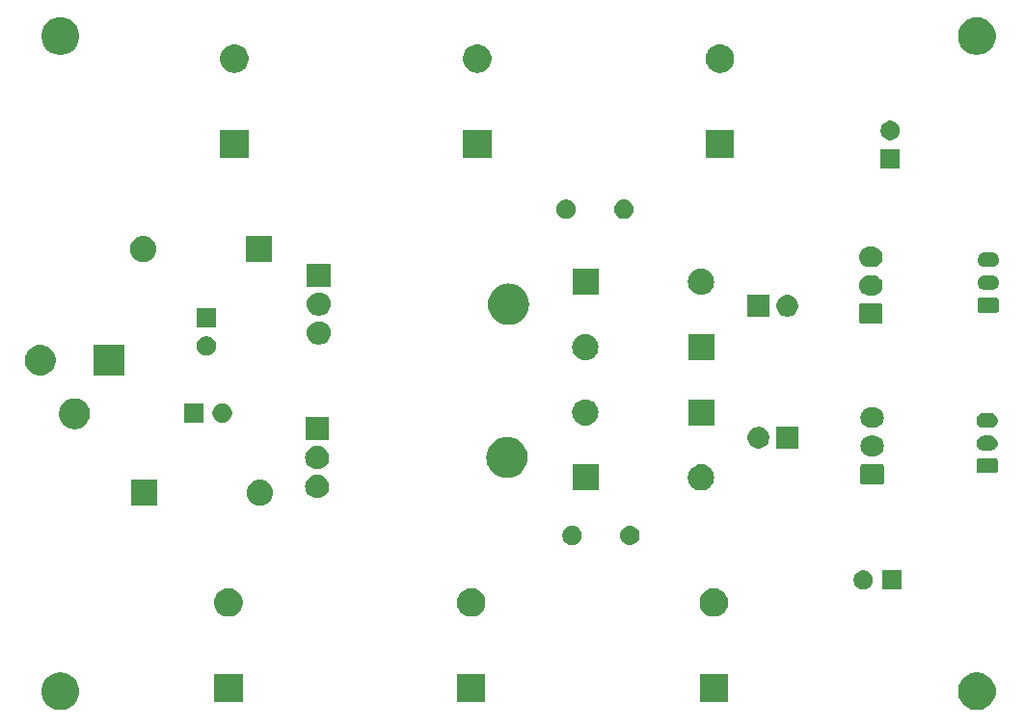
<source format=gbr>
G04 #@! TF.GenerationSoftware,KiCad,Pcbnew,(5.0.1)-rc2*
G04 #@! TF.CreationDate,2019-02-18T01:36:53-05:00*
G04 #@! TF.ProjectId,mfos_power,6D666F735F706F7765722E6B69636164,rev?*
G04 #@! TF.SameCoordinates,Original*
G04 #@! TF.FileFunction,Soldermask,Bot*
G04 #@! TF.FilePolarity,Negative*
%FSLAX46Y46*%
G04 Gerber Fmt 4.6, Leading zero omitted, Abs format (unit mm)*
G04 Created by KiCad (PCBNEW (5.0.1)-rc2) date 2/18/2019 1:36:53 AM*
%MOMM*%
%LPD*%
G01*
G04 APERTURE LIST*
%ADD10C,0.100000*%
G04 APERTURE END LIST*
D10*
G36*
X173755656Y-98919418D02*
X173861979Y-98940567D01*
X174162442Y-99065023D01*
X174429252Y-99243300D01*
X174432854Y-99245707D01*
X174662813Y-99475666D01*
X174843498Y-99746080D01*
X174967953Y-100046542D01*
X175031400Y-100365509D01*
X175031400Y-100690731D01*
X174967953Y-101009698D01*
X174843498Y-101310160D01*
X174662813Y-101580574D01*
X174432854Y-101810533D01*
X174432851Y-101810535D01*
X174162442Y-101991217D01*
X173861979Y-102115673D01*
X173755656Y-102136822D01*
X173543011Y-102179120D01*
X173217789Y-102179120D01*
X173005144Y-102136822D01*
X172898821Y-102115673D01*
X172598358Y-101991217D01*
X172327949Y-101810535D01*
X172327946Y-101810533D01*
X172097987Y-101580574D01*
X171917302Y-101310160D01*
X171792847Y-101009698D01*
X171729400Y-100690731D01*
X171729400Y-100365509D01*
X171792847Y-100046542D01*
X171917302Y-99746080D01*
X172097987Y-99475666D01*
X172327946Y-99245707D01*
X172331548Y-99243300D01*
X172598358Y-99065023D01*
X172898821Y-98940567D01*
X173005144Y-98919418D01*
X173217789Y-98877120D01*
X173543011Y-98877120D01*
X173755656Y-98919418D01*
X173755656Y-98919418D01*
G37*
G36*
X93278296Y-98919418D02*
X93384619Y-98940567D01*
X93685082Y-99065023D01*
X93951892Y-99243300D01*
X93955494Y-99245707D01*
X94185453Y-99475666D01*
X94366138Y-99746080D01*
X94490593Y-100046542D01*
X94554040Y-100365509D01*
X94554040Y-100690731D01*
X94490593Y-101009698D01*
X94366138Y-101310160D01*
X94185453Y-101580574D01*
X93955494Y-101810533D01*
X93955491Y-101810535D01*
X93685082Y-101991217D01*
X93384619Y-102115673D01*
X93278296Y-102136822D01*
X93065651Y-102179120D01*
X92740429Y-102179120D01*
X92527784Y-102136822D01*
X92421461Y-102115673D01*
X92120998Y-101991217D01*
X91850589Y-101810535D01*
X91850586Y-101810533D01*
X91620627Y-101580574D01*
X91439942Y-101310160D01*
X91315487Y-101009698D01*
X91252040Y-100690731D01*
X91252040Y-100365509D01*
X91315487Y-100046542D01*
X91439942Y-99746080D01*
X91620627Y-99475666D01*
X91850586Y-99245707D01*
X91854188Y-99243300D01*
X92120998Y-99065023D01*
X92421461Y-98940567D01*
X92527784Y-98919418D01*
X92740429Y-98877120D01*
X93065651Y-98877120D01*
X93278296Y-98919418D01*
X93278296Y-98919418D01*
G37*
G36*
X130229660Y-101474320D02*
X127727660Y-101474320D01*
X127727660Y-98972320D01*
X130229660Y-98972320D01*
X130229660Y-101474320D01*
X130229660Y-101474320D01*
G37*
G36*
X108916520Y-101474320D02*
X106414520Y-101474320D01*
X106414520Y-98972320D01*
X108916520Y-98972320D01*
X108916520Y-101474320D01*
X108916520Y-101474320D01*
G37*
G36*
X151542800Y-101474320D02*
X149040800Y-101474320D01*
X149040800Y-98972320D01*
X151542800Y-98972320D01*
X151542800Y-101474320D01*
X151542800Y-101474320D01*
G37*
G36*
X107849156Y-91484339D02*
X108030423Y-91520395D01*
X108258091Y-91614698D01*
X108462062Y-91750988D01*
X108462989Y-91751607D01*
X108637233Y-91925851D01*
X108637235Y-91925854D01*
X108774142Y-92130749D01*
X108868445Y-92358417D01*
X108916520Y-92600107D01*
X108916520Y-92846533D01*
X108868445Y-93088223D01*
X108774142Y-93315891D01*
X108637852Y-93519862D01*
X108637233Y-93520789D01*
X108462989Y-93695033D01*
X108462986Y-93695035D01*
X108258091Y-93831942D01*
X108030423Y-93926245D01*
X107849156Y-93962301D01*
X107788734Y-93974320D01*
X107542306Y-93974320D01*
X107481884Y-93962301D01*
X107300617Y-93926245D01*
X107072949Y-93831942D01*
X106868054Y-93695035D01*
X106868051Y-93695033D01*
X106693807Y-93520789D01*
X106693188Y-93519862D01*
X106556898Y-93315891D01*
X106462595Y-93088223D01*
X106414520Y-92846533D01*
X106414520Y-92600107D01*
X106462595Y-92358417D01*
X106556898Y-92130749D01*
X106693805Y-91925854D01*
X106693807Y-91925851D01*
X106868051Y-91751607D01*
X106868978Y-91750988D01*
X107072949Y-91614698D01*
X107300617Y-91520395D01*
X107481884Y-91484339D01*
X107542306Y-91472320D01*
X107788734Y-91472320D01*
X107849156Y-91484339D01*
X107849156Y-91484339D01*
G37*
G36*
X150475436Y-91484339D02*
X150656703Y-91520395D01*
X150884371Y-91614698D01*
X151088342Y-91750988D01*
X151089269Y-91751607D01*
X151263513Y-91925851D01*
X151263515Y-91925854D01*
X151400422Y-92130749D01*
X151494725Y-92358417D01*
X151542800Y-92600107D01*
X151542800Y-92846533D01*
X151494725Y-93088223D01*
X151400422Y-93315891D01*
X151264132Y-93519862D01*
X151263513Y-93520789D01*
X151089269Y-93695033D01*
X151089266Y-93695035D01*
X150884371Y-93831942D01*
X150656703Y-93926245D01*
X150475436Y-93962301D01*
X150415014Y-93974320D01*
X150168586Y-93974320D01*
X150108164Y-93962301D01*
X149926897Y-93926245D01*
X149699229Y-93831942D01*
X149494334Y-93695035D01*
X149494331Y-93695033D01*
X149320087Y-93520789D01*
X149319468Y-93519862D01*
X149183178Y-93315891D01*
X149088875Y-93088223D01*
X149040800Y-92846533D01*
X149040800Y-92600107D01*
X149088875Y-92358417D01*
X149183178Y-92130749D01*
X149320085Y-91925854D01*
X149320087Y-91925851D01*
X149494331Y-91751607D01*
X149495258Y-91750988D01*
X149699229Y-91614698D01*
X149926897Y-91520395D01*
X150108164Y-91484339D01*
X150168586Y-91472320D01*
X150415014Y-91472320D01*
X150475436Y-91484339D01*
X150475436Y-91484339D01*
G37*
G36*
X129162296Y-91484339D02*
X129343563Y-91520395D01*
X129571231Y-91614698D01*
X129775202Y-91750988D01*
X129776129Y-91751607D01*
X129950373Y-91925851D01*
X129950375Y-91925854D01*
X130087282Y-92130749D01*
X130181585Y-92358417D01*
X130229660Y-92600107D01*
X130229660Y-92846533D01*
X130181585Y-93088223D01*
X130087282Y-93315891D01*
X129950992Y-93519862D01*
X129950373Y-93520789D01*
X129776129Y-93695033D01*
X129776126Y-93695035D01*
X129571231Y-93831942D01*
X129343563Y-93926245D01*
X129162296Y-93962301D01*
X129101874Y-93974320D01*
X128855446Y-93974320D01*
X128795024Y-93962301D01*
X128613757Y-93926245D01*
X128386089Y-93831942D01*
X128181194Y-93695035D01*
X128181191Y-93695033D01*
X128006947Y-93520789D01*
X128006328Y-93519862D01*
X127870038Y-93315891D01*
X127775735Y-93088223D01*
X127727660Y-92846533D01*
X127727660Y-92600107D01*
X127775735Y-92358417D01*
X127870038Y-92130749D01*
X128006945Y-91925854D01*
X128006947Y-91925851D01*
X128181191Y-91751607D01*
X128182118Y-91750988D01*
X128386089Y-91614698D01*
X128613757Y-91520395D01*
X128795024Y-91484339D01*
X128855446Y-91472320D01*
X129101874Y-91472320D01*
X129162296Y-91484339D01*
X129162296Y-91484339D01*
G37*
G36*
X163655948Y-89930823D02*
X163810820Y-89994973D01*
X163950201Y-90088105D01*
X164068735Y-90206639D01*
X164161867Y-90346020D01*
X164226017Y-90500892D01*
X164258720Y-90665304D01*
X164258720Y-90832936D01*
X164226017Y-90997348D01*
X164161867Y-91152220D01*
X164068735Y-91291601D01*
X163950201Y-91410135D01*
X163810820Y-91503267D01*
X163655948Y-91567417D01*
X163491536Y-91600120D01*
X163323904Y-91600120D01*
X163159492Y-91567417D01*
X163004620Y-91503267D01*
X162865239Y-91410135D01*
X162746705Y-91291601D01*
X162653573Y-91152220D01*
X162589423Y-90997348D01*
X162556720Y-90832936D01*
X162556720Y-90665304D01*
X162589423Y-90500892D01*
X162653573Y-90346020D01*
X162746705Y-90206639D01*
X162865239Y-90088105D01*
X163004620Y-89994973D01*
X163159492Y-89930823D01*
X163323904Y-89898120D01*
X163491536Y-89898120D01*
X163655948Y-89930823D01*
X163655948Y-89930823D01*
G37*
G36*
X166758720Y-91600120D02*
X165056720Y-91600120D01*
X165056720Y-89898120D01*
X166758720Y-89898120D01*
X166758720Y-91600120D01*
X166758720Y-91600120D01*
G37*
G36*
X138088948Y-86009063D02*
X138243820Y-86073213D01*
X138383201Y-86166345D01*
X138501735Y-86284879D01*
X138594867Y-86424260D01*
X138659017Y-86579132D01*
X138691720Y-86743544D01*
X138691720Y-86911176D01*
X138659017Y-87075588D01*
X138594867Y-87230460D01*
X138501735Y-87369841D01*
X138383201Y-87488375D01*
X138243820Y-87581507D01*
X138088948Y-87645657D01*
X137924536Y-87678360D01*
X137756904Y-87678360D01*
X137592492Y-87645657D01*
X137437620Y-87581507D01*
X137298239Y-87488375D01*
X137179705Y-87369841D01*
X137086573Y-87230460D01*
X137022423Y-87075588D01*
X136989720Y-86911176D01*
X136989720Y-86743544D01*
X137022423Y-86579132D01*
X137086573Y-86424260D01*
X137179705Y-86284879D01*
X137298239Y-86166345D01*
X137437620Y-86073213D01*
X137592492Y-86009063D01*
X137756904Y-85976360D01*
X137924536Y-85976360D01*
X138088948Y-86009063D01*
X138088948Y-86009063D01*
G37*
G36*
X143087541Y-85988673D02*
X143087544Y-85988674D01*
X143087545Y-85988674D01*
X143247959Y-86037335D01*
X143247961Y-86037336D01*
X143247964Y-86037337D01*
X143395798Y-86116355D01*
X143525379Y-86222701D01*
X143631725Y-86352282D01*
X143710743Y-86500116D01*
X143710744Y-86500119D01*
X143710745Y-86500121D01*
X143759406Y-86660535D01*
X143759407Y-86660539D01*
X143775837Y-86827360D01*
X143759407Y-86994181D01*
X143759406Y-86994184D01*
X143759406Y-86994185D01*
X143734713Y-87075588D01*
X143710743Y-87154604D01*
X143631725Y-87302438D01*
X143525379Y-87432019D01*
X143395798Y-87538365D01*
X143247964Y-87617383D01*
X143247961Y-87617384D01*
X143247959Y-87617385D01*
X143087545Y-87666046D01*
X143087544Y-87666046D01*
X143087541Y-87666047D01*
X142962524Y-87678360D01*
X142878916Y-87678360D01*
X142753899Y-87666047D01*
X142753896Y-87666046D01*
X142753895Y-87666046D01*
X142593481Y-87617385D01*
X142593479Y-87617384D01*
X142593476Y-87617383D01*
X142445642Y-87538365D01*
X142316061Y-87432019D01*
X142209715Y-87302438D01*
X142130697Y-87154604D01*
X142106728Y-87075588D01*
X142082034Y-86994185D01*
X142082034Y-86994184D01*
X142082033Y-86994181D01*
X142065603Y-86827360D01*
X142082033Y-86660539D01*
X142082034Y-86660535D01*
X142130695Y-86500121D01*
X142130696Y-86500119D01*
X142130697Y-86500116D01*
X142209715Y-86352282D01*
X142316061Y-86222701D01*
X142445642Y-86116355D01*
X142593476Y-86037337D01*
X142593479Y-86037336D01*
X142593481Y-86037335D01*
X142753895Y-85988674D01*
X142753896Y-85988674D01*
X142753899Y-85988673D01*
X142878916Y-85976360D01*
X142962524Y-85976360D01*
X143087541Y-85988673D01*
X143087541Y-85988673D01*
G37*
G36*
X101420040Y-84229320D02*
X99118040Y-84229320D01*
X99118040Y-81927320D01*
X101420040Y-81927320D01*
X101420040Y-84229320D01*
X101420040Y-84229320D01*
G37*
G36*
X110553220Y-81933982D02*
X110654675Y-81943974D01*
X110871640Y-82009790D01*
X110871642Y-82009791D01*
X110871645Y-82009792D01*
X111071596Y-82116667D01*
X111246858Y-82260502D01*
X111390693Y-82435764D01*
X111497568Y-82635715D01*
X111497569Y-82635718D01*
X111497570Y-82635720D01*
X111563386Y-82852685D01*
X111585609Y-83078320D01*
X111563386Y-83303955D01*
X111497570Y-83520920D01*
X111497568Y-83520925D01*
X111390693Y-83720876D01*
X111246858Y-83896138D01*
X111071596Y-84039973D01*
X110871645Y-84146848D01*
X110871642Y-84146849D01*
X110871640Y-84146850D01*
X110654675Y-84212666D01*
X110553220Y-84222658D01*
X110485585Y-84229320D01*
X110372495Y-84229320D01*
X110304860Y-84222658D01*
X110203405Y-84212666D01*
X109986440Y-84146850D01*
X109986438Y-84146849D01*
X109986435Y-84146848D01*
X109786484Y-84039973D01*
X109611222Y-83896138D01*
X109467387Y-83720876D01*
X109360512Y-83520925D01*
X109360510Y-83520920D01*
X109294694Y-83303955D01*
X109272471Y-83078320D01*
X109294694Y-82852685D01*
X109360510Y-82635720D01*
X109360511Y-82635718D01*
X109360512Y-82635715D01*
X109467387Y-82435764D01*
X109611222Y-82260502D01*
X109786484Y-82116667D01*
X109986435Y-82009792D01*
X109986438Y-82009791D01*
X109986440Y-82009790D01*
X110203405Y-81943974D01*
X110304860Y-81933982D01*
X110372495Y-81927320D01*
X110485585Y-81927320D01*
X110553220Y-81933982D01*
X110553220Y-81933982D01*
G37*
G36*
X115614004Y-81516748D02*
X115702460Y-81525460D01*
X115891621Y-81582841D01*
X116065952Y-81676023D01*
X116218755Y-81801425D01*
X116344157Y-81954228D01*
X116437339Y-82128559D01*
X116494720Y-82317720D01*
X116514095Y-82514440D01*
X116494720Y-82711160D01*
X116437339Y-82900321D01*
X116344157Y-83074652D01*
X116218755Y-83227455D01*
X116065952Y-83352857D01*
X115891621Y-83446039D01*
X115702460Y-83503420D01*
X115614004Y-83512132D01*
X115555036Y-83517940D01*
X115361444Y-83517940D01*
X115302476Y-83512132D01*
X115214020Y-83503420D01*
X115024859Y-83446039D01*
X114850528Y-83352857D01*
X114697725Y-83227455D01*
X114572323Y-83074652D01*
X114479141Y-82900321D01*
X114421760Y-82711160D01*
X114402385Y-82514440D01*
X114421760Y-82317720D01*
X114479141Y-82128559D01*
X114572323Y-81954228D01*
X114697725Y-81801425D01*
X114850528Y-81676023D01*
X115024859Y-81582841D01*
X115214020Y-81525460D01*
X115302476Y-81516748D01*
X115361444Y-81510940D01*
X115555036Y-81510940D01*
X115614004Y-81516748D01*
X115614004Y-81516748D01*
G37*
G36*
X140160120Y-82883120D02*
X137858120Y-82883120D01*
X137858120Y-80581120D01*
X140160120Y-80581120D01*
X140160120Y-82883120D01*
X140160120Y-82883120D01*
G37*
G36*
X149293300Y-80587782D02*
X149394755Y-80597774D01*
X149611720Y-80663590D01*
X149611722Y-80663591D01*
X149611725Y-80663592D01*
X149811676Y-80770467D01*
X149986938Y-80914302D01*
X150130773Y-81089564D01*
X150237648Y-81289515D01*
X150237649Y-81289518D01*
X150237650Y-81289520D01*
X150303466Y-81506485D01*
X150325689Y-81732120D01*
X150303466Y-81957755D01*
X150248055Y-82140419D01*
X150237648Y-82174725D01*
X150130773Y-82374676D01*
X149986938Y-82549938D01*
X149811676Y-82693773D01*
X149611725Y-82800648D01*
X149611722Y-82800649D01*
X149611720Y-82800650D01*
X149394755Y-82866466D01*
X149293300Y-82876458D01*
X149225665Y-82883120D01*
X149112575Y-82883120D01*
X149044940Y-82876458D01*
X148943485Y-82866466D01*
X148726520Y-82800650D01*
X148726518Y-82800649D01*
X148726515Y-82800648D01*
X148526564Y-82693773D01*
X148351302Y-82549938D01*
X148207467Y-82374676D01*
X148100592Y-82174725D01*
X148090185Y-82140419D01*
X148034774Y-81957755D01*
X148012551Y-81732120D01*
X148034774Y-81506485D01*
X148100590Y-81289520D01*
X148100591Y-81289518D01*
X148100592Y-81289515D01*
X148207467Y-81089564D01*
X148351302Y-80914302D01*
X148526564Y-80770467D01*
X148726515Y-80663592D01*
X148726518Y-80663591D01*
X148726520Y-80663590D01*
X148943485Y-80597774D01*
X149044940Y-80587782D01*
X149112575Y-80581120D01*
X149225665Y-80581120D01*
X149293300Y-80587782D01*
X149293300Y-80587782D01*
G37*
G36*
X165074280Y-80555709D02*
X165107329Y-80565734D01*
X165137786Y-80582014D01*
X165164479Y-80603921D01*
X165186386Y-80630614D01*
X165202666Y-80661071D01*
X165212691Y-80694120D01*
X165216680Y-80734624D01*
X165216680Y-82170816D01*
X165212691Y-82211320D01*
X165202666Y-82244369D01*
X165186386Y-82274826D01*
X165164479Y-82301519D01*
X165137786Y-82323426D01*
X165107329Y-82339706D01*
X165074280Y-82349731D01*
X165033776Y-82353720D01*
X163347584Y-82353720D01*
X163307080Y-82349731D01*
X163274031Y-82339706D01*
X163243574Y-82323426D01*
X163216881Y-82301519D01*
X163194974Y-82274826D01*
X163178694Y-82244369D01*
X163168669Y-82211320D01*
X163164680Y-82170816D01*
X163164680Y-80734624D01*
X163168669Y-80694120D01*
X163178694Y-80661071D01*
X163194974Y-80630614D01*
X163216881Y-80603921D01*
X163243574Y-80582014D01*
X163274031Y-80565734D01*
X163307080Y-80555709D01*
X163347584Y-80551720D01*
X165033776Y-80551720D01*
X165074280Y-80555709D01*
X165074280Y-80555709D01*
G37*
G36*
X132294909Y-78182126D02*
X132471298Y-78199499D01*
X132697625Y-78268154D01*
X132810789Y-78302482D01*
X133123665Y-78469719D01*
X133397901Y-78694779D01*
X133622961Y-78969015D01*
X133790198Y-79281891D01*
X133798820Y-79310315D01*
X133893181Y-79621382D01*
X133927954Y-79974440D01*
X133893181Y-80327498D01*
X133830342Y-80534650D01*
X133790198Y-80666989D01*
X133622961Y-80979865D01*
X133397901Y-81254101D01*
X133123665Y-81479161D01*
X132810789Y-81646398D01*
X132713127Y-81676023D01*
X132471298Y-81749381D01*
X132294909Y-81766754D01*
X132206716Y-81775440D01*
X132029764Y-81775440D01*
X131941571Y-81766754D01*
X131765182Y-81749381D01*
X131523353Y-81676023D01*
X131425691Y-81646398D01*
X131112815Y-81479161D01*
X130838579Y-81254101D01*
X130613519Y-80979865D01*
X130446282Y-80666989D01*
X130406138Y-80534650D01*
X130343299Y-80327498D01*
X130308526Y-79974440D01*
X130343299Y-79621382D01*
X130437660Y-79310315D01*
X130446282Y-79281891D01*
X130613519Y-78969015D01*
X130838579Y-78694779D01*
X131112815Y-78469719D01*
X131425691Y-78302482D01*
X131538855Y-78268154D01*
X131765182Y-78199499D01*
X131941571Y-78182126D01*
X132029764Y-78173440D01*
X132206716Y-78173440D01*
X132294909Y-78182126D01*
X132294909Y-78182126D01*
G37*
G36*
X175045802Y-80059364D02*
X175082899Y-80070617D01*
X175117080Y-80088887D01*
X175147042Y-80113478D01*
X175171633Y-80143440D01*
X175189903Y-80177621D01*
X175201156Y-80214718D01*
X175205560Y-80259433D01*
X175205560Y-81152487D01*
X175201156Y-81197202D01*
X175189903Y-81234299D01*
X175171633Y-81268480D01*
X175147042Y-81298442D01*
X175117080Y-81323033D01*
X175082899Y-81341303D01*
X175045802Y-81352556D01*
X175001087Y-81356960D01*
X173558033Y-81356960D01*
X173513318Y-81352556D01*
X173476221Y-81341303D01*
X173442040Y-81323033D01*
X173412078Y-81298442D01*
X173387487Y-81268480D01*
X173369217Y-81234299D01*
X173357964Y-81197202D01*
X173353560Y-81152487D01*
X173353560Y-80259433D01*
X173357964Y-80214718D01*
X173369217Y-80177621D01*
X173387487Y-80143440D01*
X173412078Y-80113478D01*
X173442040Y-80088887D01*
X173476221Y-80070617D01*
X173513318Y-80059364D01*
X173558033Y-80054960D01*
X175001087Y-80054960D01*
X175045802Y-80059364D01*
X175045802Y-80059364D01*
G37*
G36*
X115614004Y-78976748D02*
X115702460Y-78985460D01*
X115891621Y-79042841D01*
X116065952Y-79136023D01*
X116218755Y-79261425D01*
X116344157Y-79414228D01*
X116437339Y-79588559D01*
X116494720Y-79777720D01*
X116514095Y-79974440D01*
X116494720Y-80171160D01*
X116437339Y-80360321D01*
X116344157Y-80534652D01*
X116218755Y-80687455D01*
X116065952Y-80812857D01*
X115891621Y-80906039D01*
X115702460Y-80963420D01*
X115614004Y-80972132D01*
X115555036Y-80977940D01*
X115361444Y-80977940D01*
X115302476Y-80972132D01*
X115214020Y-80963420D01*
X115024859Y-80906039D01*
X114850528Y-80812857D01*
X114697725Y-80687455D01*
X114572323Y-80534652D01*
X114479141Y-80360321D01*
X114421760Y-80171160D01*
X114402385Y-79974440D01*
X114421760Y-79777720D01*
X114479141Y-79588559D01*
X114572323Y-79414228D01*
X114697725Y-79261425D01*
X114850528Y-79136023D01*
X115024859Y-79042841D01*
X115214020Y-78985460D01*
X115302476Y-78976748D01*
X115361444Y-78970940D01*
X115555036Y-78970940D01*
X115614004Y-78976748D01*
X115614004Y-78976748D01*
G37*
G36*
X164426123Y-78058239D02*
X164492307Y-78064757D01*
X164605533Y-78099104D01*
X164662147Y-78116277D01*
X164747788Y-78162054D01*
X164818671Y-78199942D01*
X164854409Y-78229272D01*
X164955866Y-78312534D01*
X165039128Y-78413991D01*
X165068458Y-78449729D01*
X165068459Y-78449731D01*
X165152123Y-78606253D01*
X165152123Y-78606254D01*
X165203643Y-78776093D01*
X165221039Y-78952720D01*
X165203643Y-79129347D01*
X165191762Y-79168513D01*
X165152123Y-79299187D01*
X165126277Y-79347540D01*
X165068458Y-79455711D01*
X165039128Y-79491449D01*
X164955866Y-79592906D01*
X164854409Y-79676168D01*
X164818671Y-79705498D01*
X164818669Y-79705499D01*
X164662147Y-79789163D01*
X164605533Y-79806336D01*
X164492307Y-79840683D01*
X164426123Y-79847201D01*
X164359940Y-79853720D01*
X164021420Y-79853720D01*
X163955237Y-79847201D01*
X163889053Y-79840683D01*
X163775827Y-79806336D01*
X163719213Y-79789163D01*
X163562691Y-79705499D01*
X163562689Y-79705498D01*
X163526951Y-79676168D01*
X163425494Y-79592906D01*
X163342232Y-79491449D01*
X163312902Y-79455711D01*
X163255083Y-79347540D01*
X163229237Y-79299187D01*
X163189598Y-79168513D01*
X163177717Y-79129347D01*
X163160321Y-78952720D01*
X163177717Y-78776093D01*
X163229237Y-78606254D01*
X163229237Y-78606253D01*
X163312901Y-78449731D01*
X163312902Y-78449729D01*
X163342232Y-78413991D01*
X163425494Y-78312534D01*
X163526951Y-78229272D01*
X163562689Y-78199942D01*
X163633572Y-78162054D01*
X163719213Y-78116277D01*
X163775827Y-78099104D01*
X163889053Y-78064757D01*
X163955237Y-78058239D01*
X164021420Y-78051720D01*
X164359940Y-78051720D01*
X164426123Y-78058239D01*
X164426123Y-78058239D01*
G37*
G36*
X174618415Y-78058100D02*
X174682178Y-78064380D01*
X174763987Y-78089197D01*
X174804893Y-78101605D01*
X174905051Y-78155141D01*
X174917986Y-78162055D01*
X175017113Y-78243407D01*
X175098465Y-78342534D01*
X175098466Y-78342536D01*
X175158915Y-78455627D01*
X175170602Y-78494156D01*
X175196140Y-78578342D01*
X175208709Y-78705960D01*
X175196140Y-78833578D01*
X175171323Y-78915387D01*
X175158915Y-78956293D01*
X175112654Y-79042841D01*
X175098465Y-79069386D01*
X175017113Y-79168513D01*
X174917986Y-79249865D01*
X174917984Y-79249866D01*
X174804893Y-79310315D01*
X174763987Y-79322723D01*
X174682178Y-79347540D01*
X174618415Y-79353820D01*
X174586534Y-79356960D01*
X173972586Y-79356960D01*
X173940705Y-79353820D01*
X173876942Y-79347540D01*
X173795133Y-79322723D01*
X173754227Y-79310315D01*
X173641136Y-79249866D01*
X173641134Y-79249865D01*
X173542007Y-79168513D01*
X173460655Y-79069386D01*
X173446466Y-79042841D01*
X173400205Y-78956293D01*
X173387797Y-78915387D01*
X173362980Y-78833578D01*
X173350411Y-78705960D01*
X173362980Y-78578342D01*
X173388518Y-78494156D01*
X173400205Y-78455627D01*
X173460654Y-78342536D01*
X173460655Y-78342534D01*
X173542007Y-78243407D01*
X173641134Y-78162055D01*
X173654069Y-78155141D01*
X173754227Y-78101605D01*
X173795133Y-78089197D01*
X173876942Y-78064380D01*
X173940705Y-78058100D01*
X173972586Y-78054960D01*
X174586534Y-78054960D01*
X174618415Y-78058100D01*
X174618415Y-78058100D01*
G37*
G36*
X154485716Y-77302306D02*
X154658786Y-77373994D01*
X154814550Y-77478072D01*
X154947008Y-77610530D01*
X155051086Y-77766294D01*
X155122774Y-77939364D01*
X155159320Y-78123093D01*
X155159320Y-78310427D01*
X155122774Y-78494156D01*
X155051086Y-78667226D01*
X154947008Y-78822990D01*
X154814550Y-78955448D01*
X154658786Y-79059526D01*
X154485716Y-79131214D01*
X154301987Y-79167760D01*
X154114653Y-79167760D01*
X153930924Y-79131214D01*
X153757854Y-79059526D01*
X153602090Y-78955448D01*
X153469632Y-78822990D01*
X153365554Y-78667226D01*
X153293866Y-78494156D01*
X153257320Y-78310427D01*
X153257320Y-78123093D01*
X153293866Y-77939364D01*
X153365554Y-77766294D01*
X153469632Y-77610530D01*
X153602090Y-77478072D01*
X153757854Y-77373994D01*
X153930924Y-77302306D01*
X154114653Y-77265760D01*
X154301987Y-77265760D01*
X154485716Y-77302306D01*
X154485716Y-77302306D01*
G37*
G36*
X157699320Y-79167760D02*
X155797320Y-79167760D01*
X155797320Y-77265760D01*
X157699320Y-77265760D01*
X157699320Y-79167760D01*
X157699320Y-79167760D01*
G37*
G36*
X116509240Y-78437940D02*
X114407240Y-78437940D01*
X114407240Y-76430940D01*
X116509240Y-76430940D01*
X116509240Y-78437940D01*
X116509240Y-78437940D01*
G37*
G36*
X94413487Y-74794679D02*
X94543992Y-74820638D01*
X94789859Y-74922479D01*
X95010384Y-75069830D01*
X95011135Y-75070332D01*
X95199308Y-75258505D01*
X95199310Y-75258508D01*
X95347161Y-75479781D01*
X95449002Y-75725648D01*
X95466285Y-75812534D01*
X95493575Y-75949729D01*
X95500920Y-75986658D01*
X95500920Y-76252782D01*
X95449002Y-76513792D01*
X95347161Y-76759659D01*
X95216162Y-76955711D01*
X95199308Y-76980935D01*
X95011135Y-77169108D01*
X95011132Y-77169110D01*
X94789859Y-77316961D01*
X94543992Y-77418802D01*
X94413487Y-77444761D01*
X94282983Y-77470720D01*
X94016857Y-77470720D01*
X93886353Y-77444761D01*
X93755848Y-77418802D01*
X93509981Y-77316961D01*
X93288708Y-77169110D01*
X93288705Y-77169108D01*
X93100532Y-76980935D01*
X93083678Y-76955711D01*
X92952679Y-76759659D01*
X92850838Y-76513792D01*
X92798920Y-76252782D01*
X92798920Y-75986658D01*
X92806266Y-75949729D01*
X92833555Y-75812534D01*
X92850838Y-75725648D01*
X92952679Y-75479781D01*
X93100530Y-75258508D01*
X93100532Y-75258505D01*
X93288705Y-75070332D01*
X93289456Y-75069830D01*
X93509981Y-74922479D01*
X93755848Y-74820638D01*
X93886353Y-74794679D01*
X94016857Y-74768720D01*
X94282983Y-74768720D01*
X94413487Y-74794679D01*
X94413487Y-74794679D01*
G37*
G36*
X174618415Y-76058100D02*
X174682178Y-76064380D01*
X174763987Y-76089197D01*
X174804893Y-76101605D01*
X174905051Y-76155141D01*
X174917986Y-76162055D01*
X175017113Y-76243407D01*
X175098465Y-76342534D01*
X175098466Y-76342536D01*
X175158915Y-76455627D01*
X175158915Y-76455628D01*
X175196140Y-76578342D01*
X175208709Y-76705960D01*
X175196140Y-76833578D01*
X175183254Y-76876056D01*
X175158915Y-76956293D01*
X175145745Y-76980932D01*
X175098465Y-77069386D01*
X175017113Y-77168513D01*
X174917986Y-77249865D01*
X174917984Y-77249866D01*
X174804893Y-77310315D01*
X174763987Y-77322723D01*
X174682178Y-77347540D01*
X174619430Y-77353720D01*
X174586534Y-77356960D01*
X173972586Y-77356960D01*
X173939690Y-77353720D01*
X173876942Y-77347540D01*
X173795133Y-77322723D01*
X173754227Y-77310315D01*
X173641136Y-77249866D01*
X173641134Y-77249865D01*
X173542007Y-77168513D01*
X173460655Y-77069386D01*
X173413375Y-76980932D01*
X173400205Y-76956293D01*
X173375866Y-76876056D01*
X173362980Y-76833578D01*
X173350411Y-76705960D01*
X173362980Y-76578342D01*
X173400205Y-76455628D01*
X173400205Y-76455627D01*
X173460654Y-76342536D01*
X173460655Y-76342534D01*
X173542007Y-76243407D01*
X173641134Y-76162055D01*
X173654069Y-76155141D01*
X173754227Y-76101605D01*
X173795133Y-76089197D01*
X173876942Y-76064380D01*
X173940705Y-76058100D01*
X173972586Y-76054960D01*
X174586534Y-76054960D01*
X174618415Y-76058100D01*
X174618415Y-76058100D01*
G37*
G36*
X164426123Y-75558239D02*
X164492307Y-75564757D01*
X164605533Y-75599104D01*
X164662147Y-75616277D01*
X164733955Y-75654660D01*
X164818671Y-75699942D01*
X164849994Y-75725648D01*
X164955866Y-75812534D01*
X165039128Y-75913991D01*
X165068458Y-75949729D01*
X165068459Y-75949731D01*
X165152123Y-76106253D01*
X165152123Y-76106254D01*
X165203643Y-76276093D01*
X165221039Y-76452720D01*
X165203643Y-76629347D01*
X165180403Y-76705960D01*
X165152123Y-76799187D01*
X165093554Y-76908760D01*
X165068458Y-76955711D01*
X165047757Y-76980935D01*
X164955866Y-77092906D01*
X164863737Y-77168513D01*
X164818671Y-77205498D01*
X164818669Y-77205499D01*
X164662147Y-77289163D01*
X164618819Y-77302306D01*
X164492307Y-77340683D01*
X164426122Y-77347202D01*
X164359940Y-77353720D01*
X164021420Y-77353720D01*
X163955238Y-77347202D01*
X163889053Y-77340683D01*
X163762541Y-77302306D01*
X163719213Y-77289163D01*
X163562691Y-77205499D01*
X163562689Y-77205498D01*
X163517623Y-77168513D01*
X163425494Y-77092906D01*
X163333603Y-76980935D01*
X163312902Y-76955711D01*
X163287806Y-76908760D01*
X163229237Y-76799187D01*
X163200957Y-76705960D01*
X163177717Y-76629347D01*
X163160321Y-76452720D01*
X163177717Y-76276093D01*
X163229237Y-76106254D01*
X163229237Y-76106253D01*
X163312901Y-75949731D01*
X163312902Y-75949729D01*
X163342232Y-75913991D01*
X163425494Y-75812534D01*
X163531366Y-75725648D01*
X163562689Y-75699942D01*
X163647405Y-75654660D01*
X163719213Y-75616277D01*
X163775827Y-75599104D01*
X163889053Y-75564757D01*
X163955237Y-75558239D01*
X164021420Y-75551720D01*
X164359940Y-75551720D01*
X164426123Y-75558239D01*
X164426123Y-75558239D01*
G37*
G36*
X150320120Y-77146106D02*
X148018120Y-77146106D01*
X148018120Y-74844106D01*
X150320120Y-74844106D01*
X150320120Y-77146106D01*
X150320120Y-77146106D01*
G37*
G36*
X139133300Y-74850768D02*
X139234755Y-74860760D01*
X139451720Y-74926576D01*
X139451722Y-74926577D01*
X139451725Y-74926578D01*
X139651676Y-75033453D01*
X139826938Y-75177288D01*
X139970773Y-75352550D01*
X140077648Y-75552501D01*
X140077649Y-75552504D01*
X140077650Y-75552506D01*
X140143466Y-75769471D01*
X140165689Y-75995106D01*
X140143466Y-76220741D01*
X140079702Y-76430940D01*
X140077648Y-76437711D01*
X139970773Y-76637662D01*
X139826938Y-76812924D01*
X139651676Y-76956759D01*
X139451725Y-77063634D01*
X139451722Y-77063635D01*
X139451720Y-77063636D01*
X139234755Y-77129452D01*
X139133300Y-77139444D01*
X139065665Y-77146106D01*
X138952575Y-77146106D01*
X138884940Y-77139444D01*
X138783485Y-77129452D01*
X138566520Y-77063636D01*
X138566518Y-77063635D01*
X138566515Y-77063634D01*
X138366564Y-76956759D01*
X138191302Y-76812924D01*
X138047467Y-76637662D01*
X137940592Y-76437711D01*
X137938538Y-76430940D01*
X137874774Y-76220741D01*
X137852551Y-75995106D01*
X137874774Y-75769471D01*
X137940590Y-75552506D01*
X137940591Y-75552504D01*
X137940592Y-75552501D01*
X138047467Y-75352550D01*
X138191302Y-75177288D01*
X138366564Y-75033453D01*
X138566515Y-74926578D01*
X138566518Y-74926577D01*
X138566520Y-74926576D01*
X138783485Y-74860760D01*
X138884940Y-74850768D01*
X138952575Y-74844106D01*
X139065665Y-74844106D01*
X139133300Y-74850768D01*
X139133300Y-74850768D01*
G37*
G36*
X105473600Y-76908760D02*
X103771600Y-76908760D01*
X103771600Y-75206760D01*
X105473600Y-75206760D01*
X105473600Y-76908760D01*
X105473600Y-76908760D01*
G37*
G36*
X107370828Y-75239463D02*
X107525700Y-75303613D01*
X107665081Y-75396745D01*
X107783615Y-75515279D01*
X107876747Y-75654660D01*
X107940897Y-75809532D01*
X107973600Y-75973944D01*
X107973600Y-76141576D01*
X107940897Y-76305988D01*
X107876747Y-76460860D01*
X107783615Y-76600241D01*
X107665081Y-76718775D01*
X107525700Y-76811907D01*
X107370828Y-76876057D01*
X107206416Y-76908760D01*
X107038784Y-76908760D01*
X106874372Y-76876057D01*
X106719500Y-76811907D01*
X106580119Y-76718775D01*
X106461585Y-76600241D01*
X106368453Y-76460860D01*
X106304303Y-76305988D01*
X106271600Y-76141576D01*
X106271600Y-75973944D01*
X106304303Y-75809532D01*
X106368453Y-75654660D01*
X106461585Y-75515279D01*
X106580119Y-75396745D01*
X106719500Y-75303613D01*
X106874372Y-75239463D01*
X107038784Y-75206760D01*
X107206416Y-75206760D01*
X107370828Y-75239463D01*
X107370828Y-75239463D01*
G37*
G36*
X98500920Y-72770720D02*
X95798920Y-72770720D01*
X95798920Y-70068720D01*
X98500920Y-70068720D01*
X98500920Y-72770720D01*
X98500920Y-72770720D01*
G37*
G36*
X91413487Y-70094679D02*
X91543992Y-70120638D01*
X91789859Y-70222479D01*
X92010384Y-70369830D01*
X92011135Y-70370332D01*
X92199308Y-70558505D01*
X92199310Y-70558508D01*
X92347161Y-70779781D01*
X92429604Y-70978817D01*
X92449002Y-71025649D01*
X92487611Y-71219746D01*
X92500920Y-71286658D01*
X92500920Y-71552782D01*
X92449002Y-71813792D01*
X92347161Y-72059659D01*
X92199810Y-72280184D01*
X92199308Y-72280935D01*
X92011135Y-72469108D01*
X92011132Y-72469110D01*
X91789859Y-72616961D01*
X91543992Y-72718802D01*
X91413487Y-72744761D01*
X91282983Y-72770720D01*
X91016857Y-72770720D01*
X90886353Y-72744761D01*
X90755848Y-72718802D01*
X90509981Y-72616961D01*
X90288708Y-72469110D01*
X90288705Y-72469108D01*
X90100532Y-72280935D01*
X90100030Y-72280184D01*
X89952679Y-72059659D01*
X89850838Y-71813792D01*
X89798920Y-71552782D01*
X89798920Y-71286658D01*
X89812230Y-71219746D01*
X89850838Y-71025649D01*
X89870236Y-70978817D01*
X89952679Y-70779781D01*
X90100530Y-70558508D01*
X90100532Y-70558505D01*
X90288705Y-70370332D01*
X90289456Y-70369830D01*
X90509981Y-70222479D01*
X90755848Y-70120638D01*
X90886353Y-70094679D01*
X91016857Y-70068720D01*
X91282983Y-70068720D01*
X91413487Y-70094679D01*
X91413487Y-70094679D01*
G37*
G36*
X139133300Y-69113755D02*
X139234755Y-69123747D01*
X139451720Y-69189563D01*
X139451722Y-69189564D01*
X139451725Y-69189565D01*
X139651676Y-69296440D01*
X139826938Y-69440275D01*
X139970773Y-69615537D01*
X140077648Y-69815488D01*
X140077649Y-69815491D01*
X140077650Y-69815493D01*
X140143466Y-70032458D01*
X140165689Y-70258093D01*
X140143466Y-70483728D01*
X140077650Y-70700693D01*
X140077648Y-70700698D01*
X139970773Y-70900649D01*
X139826938Y-71075911D01*
X139651676Y-71219746D01*
X139451725Y-71326621D01*
X139451722Y-71326622D01*
X139451720Y-71326623D01*
X139234755Y-71392439D01*
X139133300Y-71402431D01*
X139065665Y-71409093D01*
X138952575Y-71409093D01*
X138884940Y-71402431D01*
X138783485Y-71392439D01*
X138566520Y-71326623D01*
X138566518Y-71326622D01*
X138566515Y-71326621D01*
X138366564Y-71219746D01*
X138191302Y-71075911D01*
X138047467Y-70900649D01*
X137940592Y-70700698D01*
X137940590Y-70700693D01*
X137874774Y-70483728D01*
X137852551Y-70258093D01*
X137874774Y-70032458D01*
X137940590Y-69815493D01*
X137940591Y-69815491D01*
X137940592Y-69815488D01*
X138047467Y-69615537D01*
X138191302Y-69440275D01*
X138366564Y-69296440D01*
X138566515Y-69189565D01*
X138566518Y-69189564D01*
X138566520Y-69189563D01*
X138783485Y-69123747D01*
X138884940Y-69113755D01*
X138952575Y-69107093D01*
X139065665Y-69107093D01*
X139133300Y-69113755D01*
X139133300Y-69113755D01*
G37*
G36*
X150320120Y-71409093D02*
X148018120Y-71409093D01*
X148018120Y-69107093D01*
X150320120Y-69107093D01*
X150320120Y-71409093D01*
X150320120Y-71409093D01*
G37*
G36*
X105968108Y-69342223D02*
X106122980Y-69406373D01*
X106262361Y-69499505D01*
X106380895Y-69618039D01*
X106474027Y-69757420D01*
X106538177Y-69912292D01*
X106570880Y-70076704D01*
X106570880Y-70244336D01*
X106538177Y-70408748D01*
X106474027Y-70563620D01*
X106380895Y-70703001D01*
X106262361Y-70821535D01*
X106122980Y-70914667D01*
X105968108Y-70978817D01*
X105803696Y-71011520D01*
X105636064Y-71011520D01*
X105471652Y-70978817D01*
X105316780Y-70914667D01*
X105177399Y-70821535D01*
X105058865Y-70703001D01*
X104965733Y-70563620D01*
X104901583Y-70408748D01*
X104868880Y-70244336D01*
X104868880Y-70076704D01*
X104901583Y-69912292D01*
X104965733Y-69757420D01*
X105058865Y-69618039D01*
X105177399Y-69499505D01*
X105316780Y-69406373D01*
X105471652Y-69342223D01*
X105636064Y-69309520D01*
X105803696Y-69309520D01*
X105968108Y-69342223D01*
X105968108Y-69342223D01*
G37*
G36*
X115756244Y-68024268D02*
X115844700Y-68032980D01*
X116033861Y-68090361D01*
X116208192Y-68183543D01*
X116360995Y-68308945D01*
X116486397Y-68461748D01*
X116579579Y-68636079D01*
X116636960Y-68825240D01*
X116656335Y-69021960D01*
X116636960Y-69218680D01*
X116579579Y-69407841D01*
X116486397Y-69582172D01*
X116360995Y-69734975D01*
X116208192Y-69860377D01*
X116033861Y-69953559D01*
X115844700Y-70010940D01*
X115756244Y-70019652D01*
X115697276Y-70025460D01*
X115503684Y-70025460D01*
X115444716Y-70019652D01*
X115356260Y-70010940D01*
X115167099Y-69953559D01*
X114992768Y-69860377D01*
X114839965Y-69734975D01*
X114714563Y-69582172D01*
X114621381Y-69407841D01*
X114564000Y-69218680D01*
X114544625Y-69021960D01*
X114564000Y-68825240D01*
X114621381Y-68636079D01*
X114714563Y-68461748D01*
X114839965Y-68308945D01*
X114992768Y-68183543D01*
X115167099Y-68090361D01*
X115356260Y-68032980D01*
X115444716Y-68024268D01*
X115503684Y-68018460D01*
X115697276Y-68018460D01*
X115756244Y-68024268D01*
X115756244Y-68024268D01*
G37*
G36*
X106570880Y-68511520D02*
X104868880Y-68511520D01*
X104868880Y-66809520D01*
X106570880Y-66809520D01*
X106570880Y-68511520D01*
X106570880Y-68511520D01*
G37*
G36*
X132437149Y-64689646D02*
X132613538Y-64707019D01*
X132744388Y-64746712D01*
X132953029Y-64810002D01*
X133265905Y-64977239D01*
X133540141Y-65202299D01*
X133765201Y-65476535D01*
X133932438Y-65789411D01*
X133932438Y-65789412D01*
X134035421Y-66128902D01*
X134070194Y-66481960D01*
X134035421Y-66835018D01*
X133972582Y-67042170D01*
X133932438Y-67174509D01*
X133765201Y-67487385D01*
X133540141Y-67761621D01*
X133265905Y-67986681D01*
X132953029Y-68153918D01*
X132886698Y-68174039D01*
X132613538Y-68256901D01*
X132437149Y-68274274D01*
X132348956Y-68282960D01*
X132172004Y-68282960D01*
X132083811Y-68274274D01*
X131907422Y-68256901D01*
X131634262Y-68174039D01*
X131567931Y-68153918D01*
X131255055Y-67986681D01*
X130980819Y-67761621D01*
X130755759Y-67487385D01*
X130588522Y-67174509D01*
X130548378Y-67042170D01*
X130485539Y-66835018D01*
X130450766Y-66481960D01*
X130485539Y-66128902D01*
X130588522Y-65789412D01*
X130588522Y-65789411D01*
X130755759Y-65476535D01*
X130980819Y-65202299D01*
X131255055Y-64977239D01*
X131567931Y-64810002D01*
X131776572Y-64746712D01*
X131907422Y-64707019D01*
X132083811Y-64689646D01*
X132172004Y-64680960D01*
X132348956Y-64680960D01*
X132437149Y-64689646D01*
X132437149Y-64689646D01*
G37*
G36*
X164967600Y-66428229D02*
X165000649Y-66438254D01*
X165031106Y-66454534D01*
X165057799Y-66476441D01*
X165079706Y-66503134D01*
X165095986Y-66533591D01*
X165106011Y-66566640D01*
X165110000Y-66607144D01*
X165110000Y-68043336D01*
X165106011Y-68083840D01*
X165095986Y-68116889D01*
X165079706Y-68147346D01*
X165057799Y-68174039D01*
X165031106Y-68195946D01*
X165000649Y-68212226D01*
X164967600Y-68222251D01*
X164927096Y-68226240D01*
X163240904Y-68226240D01*
X163200400Y-68222251D01*
X163167351Y-68212226D01*
X163136894Y-68195946D01*
X163110201Y-68174039D01*
X163088294Y-68147346D01*
X163072014Y-68116889D01*
X163061989Y-68083840D01*
X163058000Y-68043336D01*
X163058000Y-66607144D01*
X163061989Y-66566640D01*
X163072014Y-66533591D01*
X163088294Y-66503134D01*
X163110201Y-66476441D01*
X163136894Y-66454534D01*
X163167351Y-66438254D01*
X163200400Y-66428229D01*
X163240904Y-66424240D01*
X164927096Y-66424240D01*
X164967600Y-66428229D01*
X164967600Y-66428229D01*
G37*
G36*
X155149320Y-67590440D02*
X153247320Y-67590440D01*
X153247320Y-65688440D01*
X155149320Y-65688440D01*
X155149320Y-67590440D01*
X155149320Y-67590440D01*
G37*
G36*
X157015716Y-65724986D02*
X157188786Y-65796674D01*
X157344550Y-65900752D01*
X157477008Y-66033210D01*
X157581086Y-66188974D01*
X157652774Y-66362044D01*
X157689320Y-66545773D01*
X157689320Y-66733107D01*
X157652774Y-66916836D01*
X157581086Y-67089906D01*
X157477008Y-67245670D01*
X157344550Y-67378128D01*
X157188786Y-67482206D01*
X157015716Y-67553894D01*
X156831987Y-67590440D01*
X156644653Y-67590440D01*
X156460924Y-67553894D01*
X156287854Y-67482206D01*
X156132090Y-67378128D01*
X155999632Y-67245670D01*
X155895554Y-67089906D01*
X155823866Y-66916836D01*
X155787320Y-66733107D01*
X155787320Y-66545773D01*
X155823866Y-66362044D01*
X155895554Y-66188974D01*
X155999632Y-66033210D01*
X156132090Y-65900752D01*
X156287854Y-65796674D01*
X156460924Y-65724986D01*
X156644653Y-65688440D01*
X156831987Y-65688440D01*
X157015716Y-65724986D01*
X157015716Y-65724986D01*
G37*
G36*
X115756244Y-65484268D02*
X115844700Y-65492980D01*
X116033861Y-65550361D01*
X116208192Y-65643543D01*
X116360995Y-65768945D01*
X116486397Y-65921748D01*
X116579579Y-66096079D01*
X116636960Y-66285240D01*
X116656335Y-66481960D01*
X116636960Y-66678680D01*
X116579579Y-66867841D01*
X116486397Y-67042172D01*
X116360995Y-67194975D01*
X116208192Y-67320377D01*
X116033861Y-67413559D01*
X115844700Y-67470940D01*
X115756244Y-67479652D01*
X115697276Y-67485460D01*
X115503684Y-67485460D01*
X115444716Y-67479652D01*
X115356260Y-67470940D01*
X115167099Y-67413559D01*
X114992768Y-67320377D01*
X114839965Y-67194975D01*
X114714563Y-67042172D01*
X114621381Y-66867841D01*
X114564000Y-66678680D01*
X114544625Y-66481960D01*
X114564000Y-66285240D01*
X114621381Y-66096079D01*
X114714563Y-65921748D01*
X114839965Y-65768945D01*
X114992768Y-65643543D01*
X115167099Y-65550361D01*
X115356260Y-65492980D01*
X115444716Y-65484268D01*
X115503684Y-65478460D01*
X115697276Y-65478460D01*
X115756244Y-65484268D01*
X115756244Y-65484268D01*
G37*
G36*
X175152482Y-65931884D02*
X175189579Y-65943137D01*
X175223760Y-65961407D01*
X175253722Y-65985998D01*
X175278313Y-66015960D01*
X175296583Y-66050141D01*
X175307836Y-66087238D01*
X175312240Y-66131953D01*
X175312240Y-67025007D01*
X175307836Y-67069722D01*
X175296583Y-67106819D01*
X175278313Y-67141000D01*
X175253722Y-67170962D01*
X175223760Y-67195553D01*
X175189579Y-67213823D01*
X175152482Y-67225076D01*
X175107767Y-67229480D01*
X173664713Y-67229480D01*
X173619998Y-67225076D01*
X173582901Y-67213823D01*
X173548720Y-67195553D01*
X173518758Y-67170962D01*
X173494167Y-67141000D01*
X173475897Y-67106819D01*
X173464644Y-67069722D01*
X173460240Y-67025007D01*
X173460240Y-66131953D01*
X173464644Y-66087238D01*
X173475897Y-66050141D01*
X173494167Y-66015960D01*
X173518758Y-65985998D01*
X173548720Y-65961407D01*
X173582901Y-65943137D01*
X173619998Y-65931884D01*
X173664713Y-65927480D01*
X175107767Y-65927480D01*
X175152482Y-65931884D01*
X175152482Y-65931884D01*
G37*
G36*
X164319442Y-63930758D02*
X164385627Y-63937277D01*
X164498853Y-63971624D01*
X164555467Y-63988797D01*
X164641108Y-64034574D01*
X164711991Y-64072462D01*
X164747729Y-64101792D01*
X164849186Y-64185054D01*
X164932448Y-64286511D01*
X164961778Y-64322249D01*
X164961779Y-64322251D01*
X165045443Y-64478773D01*
X165045443Y-64478774D01*
X165096963Y-64648613D01*
X165114359Y-64825240D01*
X165096963Y-65001867D01*
X165085082Y-65041033D01*
X165045443Y-65171707D01*
X165029091Y-65202299D01*
X164961778Y-65328231D01*
X164932448Y-65363969D01*
X164849186Y-65465426D01*
X164747729Y-65548688D01*
X164711991Y-65578018D01*
X164711989Y-65578019D01*
X164555467Y-65661683D01*
X164521192Y-65672080D01*
X164385627Y-65713203D01*
X164319443Y-65719721D01*
X164253260Y-65726240D01*
X163914740Y-65726240D01*
X163848557Y-65719721D01*
X163782373Y-65713203D01*
X163646808Y-65672080D01*
X163612533Y-65661683D01*
X163456011Y-65578019D01*
X163456009Y-65578018D01*
X163420271Y-65548688D01*
X163318814Y-65465426D01*
X163235552Y-65363969D01*
X163206222Y-65328231D01*
X163138909Y-65202299D01*
X163122557Y-65171707D01*
X163082918Y-65041033D01*
X163071037Y-65001867D01*
X163053641Y-64825240D01*
X163071037Y-64648613D01*
X163122557Y-64478774D01*
X163122557Y-64478773D01*
X163206221Y-64322251D01*
X163206222Y-64322249D01*
X163235552Y-64286511D01*
X163318814Y-64185054D01*
X163420271Y-64101792D01*
X163456009Y-64072462D01*
X163526892Y-64034574D01*
X163612533Y-63988797D01*
X163669147Y-63971624D01*
X163782373Y-63937277D01*
X163848558Y-63930758D01*
X163914740Y-63924240D01*
X164253260Y-63924240D01*
X164319442Y-63930758D01*
X164319442Y-63930758D01*
G37*
G36*
X140160120Y-65672080D02*
X137858120Y-65672080D01*
X137858120Y-63370080D01*
X140160120Y-63370080D01*
X140160120Y-65672080D01*
X140160120Y-65672080D01*
G37*
G36*
X149293300Y-63376742D02*
X149394755Y-63386734D01*
X149611720Y-63452550D01*
X149611722Y-63452551D01*
X149611725Y-63452552D01*
X149811676Y-63559427D01*
X149986938Y-63703262D01*
X150130773Y-63878524D01*
X150237648Y-64078475D01*
X150237649Y-64078478D01*
X150237650Y-64078480D01*
X150303466Y-64295445D01*
X150325689Y-64521080D01*
X150303466Y-64746715D01*
X150237650Y-64963680D01*
X150237648Y-64963685D01*
X150130773Y-65163636D01*
X149986938Y-65338898D01*
X149811676Y-65482733D01*
X149611725Y-65589608D01*
X149611722Y-65589609D01*
X149611720Y-65589610D01*
X149394755Y-65655426D01*
X149293300Y-65665418D01*
X149225665Y-65672080D01*
X149112575Y-65672080D01*
X149044940Y-65665418D01*
X148943485Y-65655426D01*
X148726520Y-65589610D01*
X148726518Y-65589609D01*
X148726515Y-65589608D01*
X148526564Y-65482733D01*
X148351302Y-65338898D01*
X148207467Y-65163636D01*
X148100592Y-64963685D01*
X148100590Y-64963680D01*
X148034774Y-64746715D01*
X148012551Y-64521080D01*
X148034774Y-64295445D01*
X148100590Y-64078480D01*
X148100591Y-64078478D01*
X148100592Y-64078475D01*
X148207467Y-63878524D01*
X148351302Y-63703262D01*
X148526564Y-63559427D01*
X148726515Y-63452552D01*
X148726518Y-63452551D01*
X148726520Y-63452550D01*
X148943485Y-63386734D01*
X149044940Y-63376742D01*
X149112575Y-63370080D01*
X149225665Y-63370080D01*
X149293300Y-63376742D01*
X149293300Y-63376742D01*
G37*
G36*
X174725095Y-63930620D02*
X174788858Y-63936900D01*
X174870667Y-63961717D01*
X174911573Y-63974125D01*
X175011731Y-64027661D01*
X175024666Y-64034575D01*
X175123793Y-64115927D01*
X175205145Y-64215054D01*
X175205146Y-64215056D01*
X175265595Y-64328147D01*
X175265595Y-64328148D01*
X175302820Y-64450862D01*
X175315389Y-64578480D01*
X175302820Y-64706098D01*
X175290500Y-64746712D01*
X175265595Y-64828813D01*
X175212059Y-64928971D01*
X175205145Y-64941906D01*
X175123793Y-65041033D01*
X175024666Y-65122385D01*
X175024664Y-65122386D01*
X174911573Y-65182835D01*
X174870667Y-65195243D01*
X174788858Y-65220060D01*
X174725095Y-65226340D01*
X174693214Y-65229480D01*
X174079266Y-65229480D01*
X174047385Y-65226340D01*
X173983622Y-65220060D01*
X173901813Y-65195243D01*
X173860907Y-65182835D01*
X173747816Y-65122386D01*
X173747814Y-65122385D01*
X173648687Y-65041033D01*
X173567335Y-64941906D01*
X173560421Y-64928971D01*
X173506885Y-64828813D01*
X173481980Y-64746712D01*
X173469660Y-64706098D01*
X173457091Y-64578480D01*
X173469660Y-64450862D01*
X173506885Y-64328148D01*
X173506885Y-64328147D01*
X173567334Y-64215056D01*
X173567335Y-64215054D01*
X173648687Y-64115927D01*
X173747814Y-64034575D01*
X173760749Y-64027661D01*
X173860907Y-63974125D01*
X173901813Y-63961717D01*
X173983622Y-63936900D01*
X174047385Y-63930620D01*
X174079266Y-63927480D01*
X174693214Y-63927480D01*
X174725095Y-63930620D01*
X174725095Y-63930620D01*
G37*
G36*
X116651480Y-64945460D02*
X114549480Y-64945460D01*
X114549480Y-62938460D01*
X116651480Y-62938460D01*
X116651480Y-64945460D01*
X116651480Y-64945460D01*
G37*
G36*
X174725095Y-61930620D02*
X174788858Y-61936900D01*
X174870667Y-61961717D01*
X174911573Y-61974125D01*
X175011731Y-62027661D01*
X175024666Y-62034575D01*
X175123793Y-62115927D01*
X175205145Y-62215054D01*
X175205146Y-62215056D01*
X175265595Y-62328147D01*
X175265595Y-62328148D01*
X175302820Y-62450862D01*
X175315389Y-62578480D01*
X175302820Y-62706098D01*
X175283011Y-62771400D01*
X175265595Y-62828813D01*
X175212059Y-62928971D01*
X175205145Y-62941906D01*
X175123793Y-63041033D01*
X175024666Y-63122385D01*
X175024664Y-63122386D01*
X174911573Y-63182835D01*
X174870667Y-63195243D01*
X174788858Y-63220060D01*
X174726110Y-63226240D01*
X174693214Y-63229480D01*
X174079266Y-63229480D01*
X174046370Y-63226240D01*
X173983622Y-63220060D01*
X173901813Y-63195243D01*
X173860907Y-63182835D01*
X173747816Y-63122386D01*
X173747814Y-63122385D01*
X173648687Y-63041033D01*
X173567335Y-62941906D01*
X173560421Y-62928971D01*
X173506885Y-62828813D01*
X173489469Y-62771400D01*
X173469660Y-62706098D01*
X173457091Y-62578480D01*
X173469660Y-62450862D01*
X173506885Y-62328148D01*
X173506885Y-62328147D01*
X173567334Y-62215056D01*
X173567335Y-62215054D01*
X173648687Y-62115927D01*
X173747814Y-62034575D01*
X173760749Y-62027661D01*
X173860907Y-61974125D01*
X173901813Y-61961717D01*
X173983622Y-61936900D01*
X174047385Y-61930620D01*
X174079266Y-61927480D01*
X174693214Y-61927480D01*
X174725095Y-61930620D01*
X174725095Y-61930620D01*
G37*
G36*
X164319443Y-61430759D02*
X164385627Y-61437277D01*
X164498853Y-61471624D01*
X164555467Y-61488797D01*
X164694087Y-61562892D01*
X164711991Y-61572462D01*
X164747729Y-61601792D01*
X164849186Y-61685054D01*
X164932448Y-61786511D01*
X164961778Y-61822249D01*
X164961779Y-61822251D01*
X165045443Y-61978773D01*
X165045443Y-61978774D01*
X165096963Y-62148613D01*
X165114359Y-62325240D01*
X165096963Y-62501867D01*
X165073723Y-62578480D01*
X165045443Y-62671707D01*
X165036238Y-62688928D01*
X164961778Y-62828231D01*
X164961301Y-62828812D01*
X164849186Y-62965426D01*
X164757057Y-63041033D01*
X164711991Y-63078018D01*
X164711989Y-63078019D01*
X164555467Y-63161683D01*
X164498853Y-63178856D01*
X164385627Y-63213203D01*
X164319443Y-63219721D01*
X164253260Y-63226240D01*
X163914740Y-63226240D01*
X163848557Y-63219721D01*
X163782373Y-63213203D01*
X163669147Y-63178856D01*
X163612533Y-63161683D01*
X163456011Y-63078019D01*
X163456009Y-63078018D01*
X163410943Y-63041033D01*
X163318814Y-62965426D01*
X163206699Y-62828812D01*
X163206222Y-62828231D01*
X163131762Y-62688928D01*
X163122557Y-62671707D01*
X163094277Y-62578480D01*
X163071037Y-62501867D01*
X163053641Y-62325240D01*
X163071037Y-62148613D01*
X163122557Y-61978774D01*
X163122557Y-61978773D01*
X163206221Y-61822251D01*
X163206222Y-61822249D01*
X163235552Y-61786511D01*
X163318814Y-61685054D01*
X163420271Y-61601792D01*
X163456009Y-61572462D01*
X163473913Y-61562892D01*
X163612533Y-61488797D01*
X163669147Y-61471624D01*
X163782373Y-61437277D01*
X163848557Y-61430759D01*
X163914740Y-61424240D01*
X164253260Y-61424240D01*
X164319443Y-61430759D01*
X164319443Y-61430759D01*
G37*
G36*
X111508920Y-62771400D02*
X109206920Y-62771400D01*
X109206920Y-60469400D01*
X111508920Y-60469400D01*
X111508920Y-62771400D01*
X111508920Y-62771400D01*
G37*
G36*
X100322100Y-60476062D02*
X100423555Y-60486054D01*
X100640520Y-60551870D01*
X100640522Y-60551871D01*
X100640525Y-60551872D01*
X100840476Y-60658747D01*
X101015738Y-60802582D01*
X101159573Y-60977844D01*
X101266448Y-61177795D01*
X101266449Y-61177798D01*
X101266450Y-61177800D01*
X101332266Y-61394765D01*
X101354489Y-61620400D01*
X101332266Y-61846035D01*
X101266450Y-62063000D01*
X101266448Y-62063005D01*
X101159573Y-62262956D01*
X101015738Y-62438218D01*
X100840476Y-62582053D01*
X100640525Y-62688928D01*
X100640522Y-62688929D01*
X100640520Y-62688930D01*
X100423555Y-62754746D01*
X100322100Y-62764738D01*
X100254465Y-62771400D01*
X100141375Y-62771400D01*
X100073740Y-62764738D01*
X99972285Y-62754746D01*
X99755320Y-62688930D01*
X99755318Y-62688929D01*
X99755315Y-62688928D01*
X99555364Y-62582053D01*
X99380102Y-62438218D01*
X99236267Y-62262956D01*
X99129392Y-62063005D01*
X99129390Y-62063000D01*
X99063574Y-61846035D01*
X99041351Y-61620400D01*
X99063574Y-61394765D01*
X99129390Y-61177800D01*
X99129391Y-61177798D01*
X99129392Y-61177795D01*
X99236267Y-60977844D01*
X99380102Y-60802582D01*
X99555364Y-60658747D01*
X99755315Y-60551872D01*
X99755318Y-60551871D01*
X99755320Y-60551870D01*
X99972285Y-60486054D01*
X100073740Y-60476062D01*
X100141375Y-60469400D01*
X100254465Y-60469400D01*
X100322100Y-60476062D01*
X100322100Y-60476062D01*
G37*
G36*
X137560628Y-57327383D02*
X137715500Y-57391533D01*
X137854881Y-57484665D01*
X137973415Y-57603199D01*
X138066547Y-57742580D01*
X138130697Y-57897452D01*
X138163400Y-58061864D01*
X138163400Y-58229496D01*
X138130697Y-58393908D01*
X138066547Y-58548780D01*
X137973415Y-58688161D01*
X137854881Y-58806695D01*
X137715500Y-58899827D01*
X137560628Y-58963977D01*
X137396216Y-58996680D01*
X137228584Y-58996680D01*
X137064172Y-58963977D01*
X136909300Y-58899827D01*
X136769919Y-58806695D01*
X136651385Y-58688161D01*
X136558253Y-58548780D01*
X136494103Y-58393908D01*
X136461400Y-58229496D01*
X136461400Y-58061864D01*
X136494103Y-57897452D01*
X136558253Y-57742580D01*
X136651385Y-57603199D01*
X136769919Y-57484665D01*
X136909300Y-57391533D01*
X137064172Y-57327383D01*
X137228584Y-57294680D01*
X137396216Y-57294680D01*
X137560628Y-57327383D01*
X137560628Y-57327383D01*
G37*
G36*
X142559221Y-57306993D02*
X142559224Y-57306994D01*
X142559225Y-57306994D01*
X142719639Y-57355655D01*
X142719641Y-57355656D01*
X142719644Y-57355657D01*
X142867478Y-57434675D01*
X142997059Y-57541021D01*
X143103405Y-57670602D01*
X143182423Y-57818436D01*
X143182424Y-57818439D01*
X143182425Y-57818441D01*
X143231086Y-57978855D01*
X143231087Y-57978859D01*
X143247517Y-58145680D01*
X143231087Y-58312501D01*
X143231086Y-58312504D01*
X143231086Y-58312505D01*
X143206393Y-58393908D01*
X143182423Y-58472924D01*
X143103405Y-58620758D01*
X142997059Y-58750339D01*
X142867478Y-58856685D01*
X142719644Y-58935703D01*
X142719641Y-58935704D01*
X142719639Y-58935705D01*
X142559225Y-58984366D01*
X142559224Y-58984366D01*
X142559221Y-58984367D01*
X142434204Y-58996680D01*
X142350596Y-58996680D01*
X142225579Y-58984367D01*
X142225576Y-58984366D01*
X142225575Y-58984366D01*
X142065161Y-58935705D01*
X142065159Y-58935704D01*
X142065156Y-58935703D01*
X141917322Y-58856685D01*
X141787741Y-58750339D01*
X141681395Y-58620758D01*
X141602377Y-58472924D01*
X141578408Y-58393908D01*
X141553714Y-58312505D01*
X141553714Y-58312504D01*
X141553713Y-58312501D01*
X141537283Y-58145680D01*
X141553713Y-57978859D01*
X141553714Y-57978855D01*
X141602375Y-57818441D01*
X141602376Y-57818439D01*
X141602377Y-57818436D01*
X141681395Y-57670602D01*
X141787741Y-57541021D01*
X141917322Y-57434675D01*
X142065156Y-57355657D01*
X142065159Y-57355656D01*
X142065161Y-57355655D01*
X142225575Y-57306994D01*
X142225576Y-57306994D01*
X142225579Y-57306993D01*
X142350596Y-57294680D01*
X142434204Y-57294680D01*
X142559221Y-57306993D01*
X142559221Y-57306993D01*
G37*
G36*
X166631720Y-54572000D02*
X164929720Y-54572000D01*
X164929720Y-52870000D01*
X166631720Y-52870000D01*
X166631720Y-54572000D01*
X166631720Y-54572000D01*
G37*
G36*
X130763060Y-53651200D02*
X128261060Y-53651200D01*
X128261060Y-51149200D01*
X130763060Y-51149200D01*
X130763060Y-53651200D01*
X130763060Y-53651200D01*
G37*
G36*
X152076200Y-53651200D02*
X149574200Y-53651200D01*
X149574200Y-51149200D01*
X152076200Y-51149200D01*
X152076200Y-53651200D01*
X152076200Y-53651200D01*
G37*
G36*
X109449920Y-53651200D02*
X106947920Y-53651200D01*
X106947920Y-51149200D01*
X109449920Y-51149200D01*
X109449920Y-53651200D01*
X109449920Y-53651200D01*
G37*
G36*
X166028948Y-50402703D02*
X166183820Y-50466853D01*
X166323201Y-50559985D01*
X166441735Y-50678519D01*
X166534867Y-50817900D01*
X166599017Y-50972772D01*
X166631720Y-51137184D01*
X166631720Y-51304816D01*
X166599017Y-51469228D01*
X166534867Y-51624100D01*
X166441735Y-51763481D01*
X166323201Y-51882015D01*
X166183820Y-51975147D01*
X166028948Y-52039297D01*
X165864536Y-52072000D01*
X165696904Y-52072000D01*
X165532492Y-52039297D01*
X165377620Y-51975147D01*
X165238239Y-51882015D01*
X165119705Y-51763481D01*
X165026573Y-51624100D01*
X164962423Y-51469228D01*
X164929720Y-51304816D01*
X164929720Y-51137184D01*
X164962423Y-50972772D01*
X165026573Y-50817900D01*
X165119705Y-50678519D01*
X165238239Y-50559985D01*
X165377620Y-50466853D01*
X165532492Y-50402703D01*
X165696904Y-50370000D01*
X165864536Y-50370000D01*
X166028948Y-50402703D01*
X166028948Y-50402703D01*
G37*
G36*
X108382556Y-43661219D02*
X108563823Y-43697275D01*
X108791491Y-43791578D01*
X108995462Y-43927868D01*
X108996389Y-43928487D01*
X109170633Y-44102731D01*
X109170635Y-44102734D01*
X109307542Y-44307629D01*
X109401845Y-44535297D01*
X109449920Y-44776987D01*
X109449920Y-45023413D01*
X109401845Y-45265103D01*
X109307542Y-45492771D01*
X109171252Y-45696742D01*
X109170633Y-45697669D01*
X108996389Y-45871913D01*
X108996386Y-45871915D01*
X108791491Y-46008822D01*
X108563823Y-46103125D01*
X108382555Y-46139181D01*
X108322134Y-46151200D01*
X108075706Y-46151200D01*
X108015285Y-46139181D01*
X107834017Y-46103125D01*
X107606349Y-46008822D01*
X107401454Y-45871915D01*
X107401451Y-45871913D01*
X107227207Y-45697669D01*
X107226588Y-45696742D01*
X107090298Y-45492771D01*
X106995995Y-45265103D01*
X106947920Y-45023413D01*
X106947920Y-44776987D01*
X106995995Y-44535297D01*
X107090298Y-44307629D01*
X107227205Y-44102734D01*
X107227207Y-44102731D01*
X107401451Y-43928487D01*
X107402378Y-43927868D01*
X107606349Y-43791578D01*
X107834017Y-43697275D01*
X108015284Y-43661219D01*
X108075706Y-43649200D01*
X108322134Y-43649200D01*
X108382556Y-43661219D01*
X108382556Y-43661219D01*
G37*
G36*
X129695696Y-43661219D02*
X129876963Y-43697275D01*
X130104631Y-43791578D01*
X130308602Y-43927868D01*
X130309529Y-43928487D01*
X130483773Y-44102731D01*
X130483775Y-44102734D01*
X130620682Y-44307629D01*
X130714985Y-44535297D01*
X130763060Y-44776987D01*
X130763060Y-45023413D01*
X130714985Y-45265103D01*
X130620682Y-45492771D01*
X130484392Y-45696742D01*
X130483773Y-45697669D01*
X130309529Y-45871913D01*
X130309526Y-45871915D01*
X130104631Y-46008822D01*
X129876963Y-46103125D01*
X129695695Y-46139181D01*
X129635274Y-46151200D01*
X129388846Y-46151200D01*
X129328425Y-46139181D01*
X129147157Y-46103125D01*
X128919489Y-46008822D01*
X128714594Y-45871915D01*
X128714591Y-45871913D01*
X128540347Y-45697669D01*
X128539728Y-45696742D01*
X128403438Y-45492771D01*
X128309135Y-45265103D01*
X128261060Y-45023413D01*
X128261060Y-44776987D01*
X128309135Y-44535297D01*
X128403438Y-44307629D01*
X128540345Y-44102734D01*
X128540347Y-44102731D01*
X128714591Y-43928487D01*
X128715518Y-43927868D01*
X128919489Y-43791578D01*
X129147157Y-43697275D01*
X129328424Y-43661219D01*
X129388846Y-43649200D01*
X129635274Y-43649200D01*
X129695696Y-43661219D01*
X129695696Y-43661219D01*
G37*
G36*
X151008836Y-43661219D02*
X151190103Y-43697275D01*
X151417771Y-43791578D01*
X151621742Y-43927868D01*
X151622669Y-43928487D01*
X151796913Y-44102731D01*
X151796915Y-44102734D01*
X151933822Y-44307629D01*
X152028125Y-44535297D01*
X152076200Y-44776987D01*
X152076200Y-45023413D01*
X152028125Y-45265103D01*
X151933822Y-45492771D01*
X151797532Y-45696742D01*
X151796913Y-45697669D01*
X151622669Y-45871913D01*
X151622666Y-45871915D01*
X151417771Y-46008822D01*
X151190103Y-46103125D01*
X151008835Y-46139181D01*
X150948414Y-46151200D01*
X150701986Y-46151200D01*
X150641565Y-46139181D01*
X150460297Y-46103125D01*
X150232629Y-46008822D01*
X150027734Y-45871915D01*
X150027731Y-45871913D01*
X149853487Y-45697669D01*
X149852868Y-45696742D01*
X149716578Y-45492771D01*
X149622275Y-45265103D01*
X149574200Y-45023413D01*
X149574200Y-44776987D01*
X149622275Y-44535297D01*
X149716578Y-44307629D01*
X149853485Y-44102734D01*
X149853487Y-44102731D01*
X150027731Y-43928487D01*
X150028658Y-43927868D01*
X150232629Y-43791578D01*
X150460297Y-43697275D01*
X150641564Y-43661219D01*
X150701986Y-43649200D01*
X150948414Y-43649200D01*
X151008836Y-43661219D01*
X151008836Y-43661219D01*
G37*
G36*
X173755656Y-41312218D02*
X173861979Y-41333367D01*
X174162442Y-41457823D01*
X174429252Y-41636100D01*
X174432854Y-41638507D01*
X174662813Y-41868466D01*
X174662815Y-41868469D01*
X174843497Y-42138878D01*
X174967953Y-42439341D01*
X175031400Y-42758311D01*
X175031400Y-43083529D01*
X174967953Y-43402499D01*
X174843497Y-43702962D01*
X174784285Y-43791579D01*
X174662813Y-43973374D01*
X174432854Y-44203333D01*
X174432851Y-44203335D01*
X174162442Y-44384017D01*
X173861979Y-44508473D01*
X173755656Y-44529622D01*
X173543011Y-44571920D01*
X173217789Y-44571920D01*
X173005144Y-44529622D01*
X172898821Y-44508473D01*
X172598358Y-44384017D01*
X172327949Y-44203335D01*
X172327946Y-44203333D01*
X172097987Y-43973374D01*
X171976515Y-43791579D01*
X171917303Y-43702962D01*
X171792847Y-43402499D01*
X171729400Y-43083529D01*
X171729400Y-42758311D01*
X171792847Y-42439341D01*
X171917303Y-42138878D01*
X172097985Y-41868469D01*
X172097987Y-41868466D01*
X172327946Y-41638507D01*
X172331548Y-41636100D01*
X172598358Y-41457823D01*
X172898821Y-41333367D01*
X173005144Y-41312218D01*
X173217789Y-41269920D01*
X173543011Y-41269920D01*
X173755656Y-41312218D01*
X173755656Y-41312218D01*
G37*
G36*
X93278296Y-41312218D02*
X93384619Y-41333367D01*
X93685082Y-41457823D01*
X93951892Y-41636100D01*
X93955494Y-41638507D01*
X94185453Y-41868466D01*
X94185455Y-41868469D01*
X94366137Y-42138878D01*
X94490593Y-42439341D01*
X94554040Y-42758311D01*
X94554040Y-43083529D01*
X94490593Y-43402499D01*
X94366137Y-43702962D01*
X94306925Y-43791579D01*
X94185453Y-43973374D01*
X93955494Y-44203333D01*
X93955491Y-44203335D01*
X93685082Y-44384017D01*
X93384619Y-44508473D01*
X93278296Y-44529622D01*
X93065651Y-44571920D01*
X92740429Y-44571920D01*
X92527784Y-44529622D01*
X92421461Y-44508473D01*
X92120998Y-44384017D01*
X91850589Y-44203335D01*
X91850586Y-44203333D01*
X91620627Y-43973374D01*
X91499155Y-43791579D01*
X91439943Y-43702962D01*
X91315487Y-43402499D01*
X91252040Y-43083529D01*
X91252040Y-42758311D01*
X91315487Y-42439341D01*
X91439943Y-42138878D01*
X91620625Y-41868469D01*
X91620627Y-41868466D01*
X91850586Y-41638507D01*
X91854188Y-41636100D01*
X92120998Y-41457823D01*
X92421461Y-41333367D01*
X92527784Y-41312218D01*
X92740429Y-41269920D01*
X93065651Y-41269920D01*
X93278296Y-41312218D01*
X93278296Y-41312218D01*
G37*
M02*

</source>
